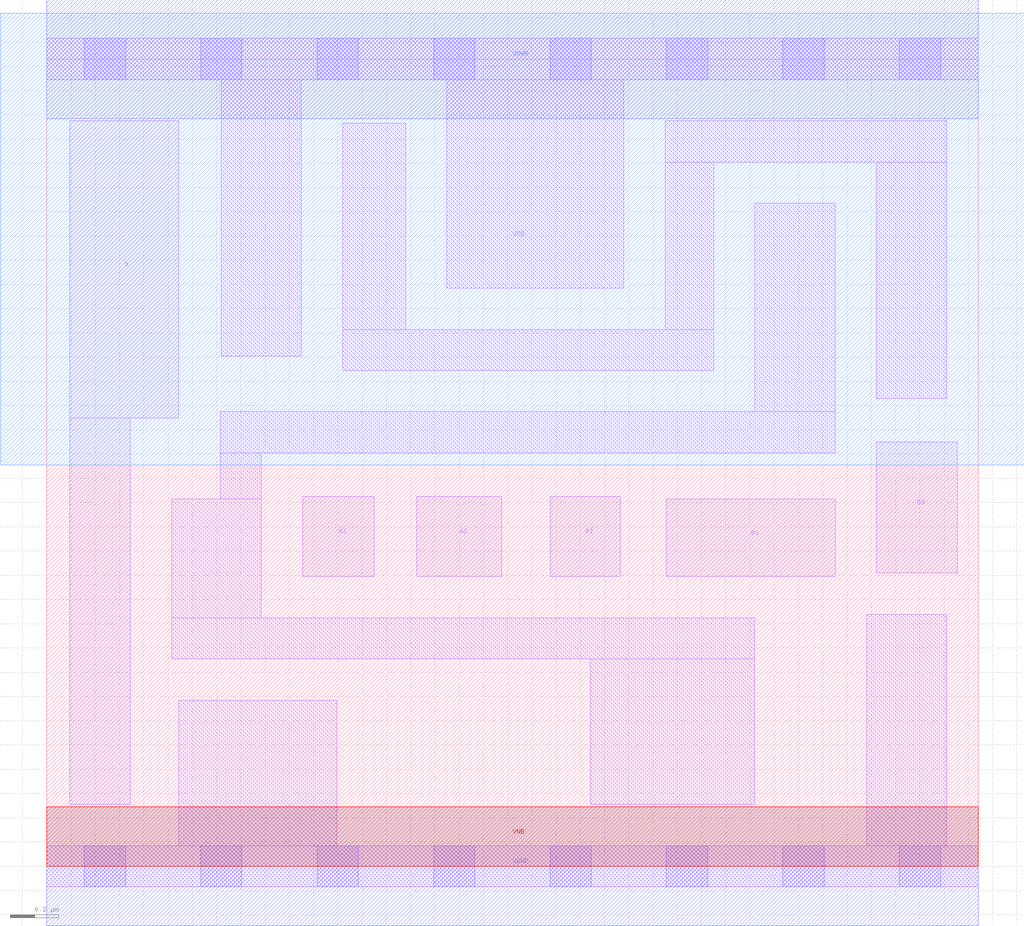
<source format=lef>
# Copyright 2020 The SkyWater PDK Authors
#
# Licensed under the Apache License, Version 2.0 (the "License");
# you may not use this file except in compliance with the License.
# You may obtain a copy of the License at
#
#     https://www.apache.org/licenses/LICENSE-2.0
#
# Unless required by applicable law or agreed to in writing, software
# distributed under the License is distributed on an "AS IS" BASIS,
# WITHOUT WARRANTIES OR CONDITIONS OF ANY KIND, either express or implied.
# See the License for the specific language governing permissions and
# limitations under the License.
#
# SPDX-License-Identifier: Apache-2.0

VERSION 5.7 ;
  NOWIREEXTENSIONATPIN ON ;
  DIVIDERCHAR "/" ;
  BUSBITCHARS "[]" ;
MACRO sky130_fd_sc_lp__a32o_1
  CLASS CORE ;
  FOREIGN sky130_fd_sc_lp__a32o_1 ;
  ORIGIN  0.000000  0.000000 ;
  SIZE  3.840000 BY  3.330000 ;
  SYMMETRY X Y R90 ;
  SITE unit ;
  PIN A1
    ANTENNAGATEAREA  0.315000 ;
    DIRECTION INPUT ;
    USE SIGNAL ;
    PORT
      LAYER li1 ;
        RECT 2.075000 1.195000 2.365000 1.525000 ;
    END
  END A1
  PIN A2
    ANTENNAGATEAREA  0.315000 ;
    DIRECTION INPUT ;
    USE SIGNAL ;
    PORT
      LAYER li1 ;
        RECT 1.525000 1.195000 1.875000 1.525000 ;
    END
  END A2
  PIN A3
    ANTENNAGATEAREA  0.315000 ;
    DIRECTION INPUT ;
    USE SIGNAL ;
    PORT
      LAYER li1 ;
        RECT 1.055000 1.195000 1.350000 1.525000 ;
    END
  END A3
  PIN B1
    ANTENNAGATEAREA  0.315000 ;
    DIRECTION INPUT ;
    USE SIGNAL ;
    PORT
      LAYER li1 ;
        RECT 2.555000 1.195000 3.250000 1.515000 ;
    END
  END B1
  PIN B2
    ANTENNAGATEAREA  0.315000 ;
    DIRECTION INPUT ;
    USE SIGNAL ;
    PORT
      LAYER li1 ;
        RECT 3.420000 1.210000 3.755000 1.750000 ;
    END
  END B2
  PIN X
    ANTENNADIFFAREA  0.556500 ;
    DIRECTION OUTPUT ;
    USE SIGNAL ;
    PORT
      LAYER li1 ;
        RECT 0.095000 0.255000 0.345000 1.850000 ;
        RECT 0.095000 1.850000 0.545000 3.075000 ;
    END
  END X
  PIN VGND
    DIRECTION INOUT ;
    USE GROUND ;
    PORT
      LAYER met1 ;
        RECT 0.000000 -0.245000 3.840000 0.245000 ;
    END
  END VGND
  PIN VNB
    DIRECTION INOUT ;
    USE GROUND ;
    PORT
      LAYER pwell ;
        RECT 0.000000 0.000000 3.840000 0.245000 ;
    END
  END VNB
  PIN VPB
    DIRECTION INOUT ;
    USE POWER ;
    PORT
      LAYER nwell ;
        RECT -0.190000 1.655000 4.030000 3.520000 ;
    END
  END VPB
  PIN VPWR
    DIRECTION INOUT ;
    USE POWER ;
    PORT
      LAYER met1 ;
        RECT 0.000000 3.085000 3.840000 3.575000 ;
    END
  END VPWR
  OBS
    LAYER li1 ;
      RECT 0.000000 -0.085000 3.840000 0.085000 ;
      RECT 0.000000  3.245000 3.840000 3.415000 ;
      RECT 0.515000  0.855000 2.920000 1.025000 ;
      RECT 0.515000  1.025000 0.885000 1.515000 ;
      RECT 0.545000  0.085000 1.195000 0.685000 ;
      RECT 0.715000  1.515000 0.885000 1.705000 ;
      RECT 0.715000  1.705000 3.250000 1.875000 ;
      RECT 0.720000  2.105000 1.050000 3.245000 ;
      RECT 1.220000  2.045000 2.750000 2.215000 ;
      RECT 1.220000  2.215000 1.480000 3.065000 ;
      RECT 1.650000  2.385000 2.380000 3.245000 ;
      RECT 2.240000  0.255000 2.920000 0.855000 ;
      RECT 2.550000  2.215000 2.750000 2.905000 ;
      RECT 2.550000  2.905000 3.710000 3.075000 ;
      RECT 2.920000  1.875000 3.250000 2.735000 ;
      RECT 3.380000  0.085000 3.710000 1.040000 ;
      RECT 3.420000  1.930000 3.710000 2.905000 ;
    LAYER mcon ;
      RECT 0.155000 -0.085000 0.325000 0.085000 ;
      RECT 0.155000  3.245000 0.325000 3.415000 ;
      RECT 0.635000 -0.085000 0.805000 0.085000 ;
      RECT 0.635000  3.245000 0.805000 3.415000 ;
      RECT 1.115000 -0.085000 1.285000 0.085000 ;
      RECT 1.115000  3.245000 1.285000 3.415000 ;
      RECT 1.595000 -0.085000 1.765000 0.085000 ;
      RECT 1.595000  3.245000 1.765000 3.415000 ;
      RECT 2.075000 -0.085000 2.245000 0.085000 ;
      RECT 2.075000  3.245000 2.245000 3.415000 ;
      RECT 2.555000 -0.085000 2.725000 0.085000 ;
      RECT 2.555000  3.245000 2.725000 3.415000 ;
      RECT 3.035000 -0.085000 3.205000 0.085000 ;
      RECT 3.035000  3.245000 3.205000 3.415000 ;
      RECT 3.515000 -0.085000 3.685000 0.085000 ;
      RECT 3.515000  3.245000 3.685000 3.415000 ;
  END
END sky130_fd_sc_lp__a32o_1
END LIBRARY

</source>
